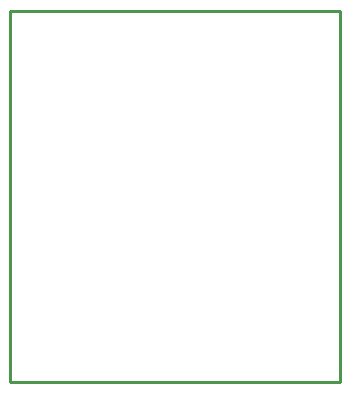
<source format=gbr>
G04 EAGLE Gerber RS-274X export*
G75*
%MOMM*%
%FSLAX34Y34*%
%LPD*%
%IN*%
%IPPOS*%
%AMOC8*
5,1,8,0,0,1.08239X$1,22.5*%
G01*
%ADD10C,0.254000*%


D10*
X431800Y-12700D02*
X711000Y-12700D01*
X711000Y301500D01*
X431800Y301500D01*
X431800Y-12700D01*
M02*

</source>
